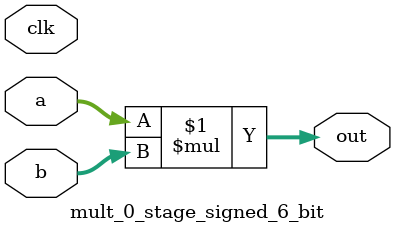
<source format=sv>
(* use_dsp = "yes" *) module mult_0_stage_signed_6_bit(
	input signed [5:0] a,
	input signed [5:0] b,
	output [5:0] out,
	input clk);

	assign out = a * b;
endmodule

</source>
